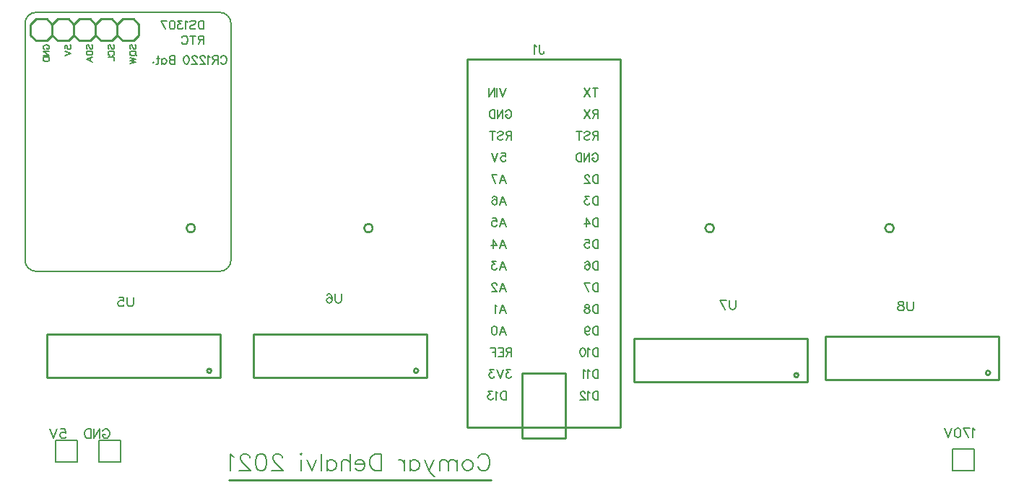
<source format=gbo>
G04 Layer: BottomSilkLayer*
G04 EasyEDA v6.4.16, 2021-07-30T14:07:32--5:00*
G04 5f12effaa85148b9a48170333d93dde8,a06e18dc318348aaad0c553491c65e39,10*
G04 Gerber Generator version 0.2*
G04 Scale: 100 percent, Rotated: No, Reflected: No *
G04 Dimensions in inches *
G04 leading zeros omitted , absolute positions ,3 integer and 6 decimal *
%FSLAX36Y36*%
%MOIN*%

%ADD10C,0.0100*%
%ADD26C,0.0060*%
%ADD27C,0.0080*%
%ADD28C,0.0080*%
%ADD29C,0.0090*%

%LPD*%
D26*
X1272727Y2871273D02*
G01*
X1274544Y2874908D01*
X1278181Y2878544D01*
X1281818Y2880363D01*
X1289090Y2880363D01*
X1292727Y2878544D01*
X1296364Y2874908D01*
X1298181Y2871273D01*
X1300000Y2865817D01*
X1300000Y2856727D01*
X1298181Y2851273D01*
X1296364Y2847636D01*
X1292727Y2844000D01*
X1289090Y2842181D01*
X1281818Y2842181D01*
X1278181Y2844000D01*
X1274544Y2847636D01*
X1272727Y2851273D01*
X1260726Y2880363D02*
G01*
X1260726Y2842181D01*
X1260726Y2880363D02*
G01*
X1244363Y2880363D01*
X1238909Y2878544D01*
X1237091Y2876727D01*
X1235272Y2873090D01*
X1235272Y2869454D01*
X1237091Y2865817D01*
X1238909Y2864000D01*
X1244363Y2862181D01*
X1260726Y2862181D01*
X1248000Y2862181D02*
G01*
X1235272Y2842181D01*
X1223272Y2873090D02*
G01*
X1219636Y2874908D01*
X1214182Y2880363D01*
X1214182Y2842181D01*
X1200363Y2871273D02*
G01*
X1200363Y2873090D01*
X1198545Y2876727D01*
X1196727Y2878544D01*
X1193091Y2880363D01*
X1185817Y2880363D01*
X1182182Y2878544D01*
X1180363Y2876727D01*
X1178545Y2873090D01*
X1178545Y2869454D01*
X1180363Y2865817D01*
X1183999Y2860363D01*
X1202182Y2842181D01*
X1176727Y2842181D01*
X1162908Y2871273D02*
G01*
X1162908Y2873090D01*
X1161090Y2876727D01*
X1159273Y2878544D01*
X1155636Y2880363D01*
X1148364Y2880363D01*
X1144727Y2878544D01*
X1142908Y2876727D01*
X1141090Y2873090D01*
X1141090Y2869454D01*
X1142908Y2865817D01*
X1146544Y2860363D01*
X1164727Y2842181D01*
X1139273Y2842181D01*
X1116364Y2880363D02*
G01*
X1121818Y2878544D01*
X1125455Y2873090D01*
X1127272Y2864000D01*
X1127272Y2858544D01*
X1125455Y2849454D01*
X1121818Y2844000D01*
X1116364Y2842181D01*
X1112727Y2842181D01*
X1107272Y2844000D01*
X1103635Y2849454D01*
X1101818Y2858544D01*
X1101818Y2864000D01*
X1103635Y2873090D01*
X1107272Y2878544D01*
X1112727Y2880363D01*
X1116364Y2880363D01*
X1061818Y2880363D02*
G01*
X1061818Y2842181D01*
X1061818Y2880363D02*
G01*
X1045455Y2880363D01*
X1040000Y2878544D01*
X1038181Y2876727D01*
X1036364Y2873090D01*
X1036364Y2869454D01*
X1038181Y2865817D01*
X1040000Y2864000D01*
X1045455Y2862181D01*
X1061818Y2862181D02*
G01*
X1045455Y2862181D01*
X1040000Y2860363D01*
X1038181Y2858544D01*
X1036364Y2854908D01*
X1036364Y2849454D01*
X1038181Y2845817D01*
X1040000Y2844000D01*
X1045455Y2842181D01*
X1061818Y2842181D01*
X1002545Y2867636D02*
G01*
X1002545Y2842181D01*
X1002545Y2862181D02*
G01*
X1006181Y2865817D01*
X1009817Y2867636D01*
X1015272Y2867636D01*
X1018909Y2865817D01*
X1022545Y2862181D01*
X1024363Y2856727D01*
X1024363Y2853090D01*
X1022545Y2847636D01*
X1018909Y2844000D01*
X1015272Y2842181D01*
X1009817Y2842181D01*
X1006181Y2844000D01*
X1002545Y2847636D01*
X985091Y2880363D02*
G01*
X985091Y2849454D01*
X983272Y2844000D01*
X979636Y2842181D01*
X976000Y2842181D01*
X990545Y2867636D02*
G01*
X977817Y2867636D01*
X962182Y2851273D02*
G01*
X963999Y2849454D01*
X962182Y2847636D01*
X960363Y2849454D01*
X962182Y2851273D01*
D27*
X2460455Y1022545D02*
G01*
X2464090Y1029818D01*
X2471364Y1037091D01*
X2478635Y1040727D01*
X2493181Y1040727D01*
X2500455Y1037091D01*
X2507727Y1029818D01*
X2511364Y1022545D01*
X2515000Y1011635D01*
X2515000Y993454D01*
X2511364Y982545D01*
X2507727Y975273D01*
X2500455Y968000D01*
X2493181Y964364D01*
X2478635Y964364D01*
X2471364Y968000D01*
X2464090Y975273D01*
X2460455Y982545D01*
X2418272Y1015273D02*
G01*
X2425545Y1011635D01*
X2432817Y1004364D01*
X2436454Y993454D01*
X2436454Y986181D01*
X2432817Y975273D01*
X2425545Y968000D01*
X2418272Y964364D01*
X2407363Y964364D01*
X2400091Y968000D01*
X2392817Y975273D01*
X2389182Y986181D01*
X2389182Y993454D01*
X2392817Y1004364D01*
X2400091Y1011635D01*
X2407363Y1015273D01*
X2418272Y1015273D01*
X2365182Y1015273D02*
G01*
X2365182Y964364D01*
X2365182Y1000727D02*
G01*
X2354273Y1011635D01*
X2346999Y1015273D01*
X2336090Y1015273D01*
X2328818Y1011635D01*
X2325182Y1000727D01*
X2325182Y964364D01*
X2325182Y1000727D02*
G01*
X2314273Y1011635D01*
X2306999Y1015273D01*
X2296090Y1015273D01*
X2288818Y1011635D01*
X2285182Y1000727D01*
X2285182Y964364D01*
X2257545Y1015273D02*
G01*
X2235726Y964364D01*
X2213909Y1015273D02*
G01*
X2235726Y964364D01*
X2243000Y949818D01*
X2250272Y942545D01*
X2257545Y938908D01*
X2261181Y938908D01*
X2146273Y1015273D02*
G01*
X2146273Y964364D01*
X2146273Y1004364D02*
G01*
X2153545Y1011635D01*
X2160817Y1015273D01*
X2171727Y1015273D01*
X2178999Y1011635D01*
X2186273Y1004364D01*
X2189908Y993454D01*
X2189908Y986181D01*
X2186273Y975273D01*
X2178999Y968000D01*
X2171727Y964364D01*
X2160817Y964364D01*
X2153545Y968000D01*
X2146273Y975273D01*
X2122272Y1015273D02*
G01*
X2122272Y964364D01*
X2122272Y993454D02*
G01*
X2118635Y1004364D01*
X2111364Y1011635D01*
X2104090Y1015273D01*
X2093181Y1015273D01*
X2013181Y1040727D02*
G01*
X2013181Y964364D01*
X2013181Y1040727D02*
G01*
X1987727Y1040727D01*
X1976818Y1037091D01*
X1969544Y1029818D01*
X1965909Y1022545D01*
X1962272Y1011635D01*
X1962272Y993454D01*
X1965909Y982545D01*
X1969544Y975273D01*
X1976818Y968000D01*
X1987727Y964364D01*
X2013181Y964364D01*
X1938272Y993454D02*
G01*
X1894636Y993454D01*
X1894636Y1000727D01*
X1898272Y1008000D01*
X1901908Y1011635D01*
X1909182Y1015273D01*
X1920091Y1015273D01*
X1927363Y1011635D01*
X1934636Y1004364D01*
X1938272Y993454D01*
X1938272Y986181D01*
X1934636Y975273D01*
X1927363Y968000D01*
X1920091Y964364D01*
X1909182Y964364D01*
X1901908Y968000D01*
X1894636Y975273D01*
X1870636Y1040727D02*
G01*
X1870636Y964364D01*
X1870636Y1000727D02*
G01*
X1859727Y1011635D01*
X1852455Y1015273D01*
X1841544Y1015273D01*
X1834273Y1011635D01*
X1830636Y1000727D01*
X1830636Y964364D01*
X1763000Y1015273D02*
G01*
X1763000Y964364D01*
X1763000Y1004364D02*
G01*
X1770272Y1011635D01*
X1777545Y1015273D01*
X1788455Y1015273D01*
X1795726Y1011635D01*
X1803000Y1004364D01*
X1806635Y993454D01*
X1806635Y986181D01*
X1803000Y975273D01*
X1795726Y968000D01*
X1788455Y964364D01*
X1777545Y964364D01*
X1770272Y968000D01*
X1763000Y975273D01*
X1738999Y1040727D02*
G01*
X1738999Y964364D01*
X1715000Y1015273D02*
G01*
X1693181Y964364D01*
X1671364Y1015273D02*
G01*
X1693181Y964364D01*
X1647363Y1040727D02*
G01*
X1643726Y1037091D01*
X1640091Y1040727D01*
X1643726Y1044364D01*
X1647363Y1040727D01*
X1643726Y1015273D02*
G01*
X1643726Y964364D01*
X1556454Y1022545D02*
G01*
X1556454Y1026181D01*
X1552817Y1033454D01*
X1549182Y1037091D01*
X1541908Y1040727D01*
X1527363Y1040727D01*
X1520091Y1037091D01*
X1516454Y1033454D01*
X1512817Y1026181D01*
X1512817Y1018908D01*
X1516454Y1011635D01*
X1523726Y1000727D01*
X1560091Y964364D01*
X1509182Y964364D01*
X1463364Y1040727D02*
G01*
X1474273Y1037091D01*
X1481544Y1026181D01*
X1485182Y1008000D01*
X1485182Y997091D01*
X1481544Y978908D01*
X1474273Y968000D01*
X1463364Y964364D01*
X1456090Y964364D01*
X1445182Y968000D01*
X1437908Y978908D01*
X1434273Y997091D01*
X1434273Y1008000D01*
X1437908Y1026181D01*
X1445182Y1037091D01*
X1456090Y1040727D01*
X1463364Y1040727D01*
X1406635Y1022545D02*
G01*
X1406635Y1026181D01*
X1403000Y1033454D01*
X1399363Y1037091D01*
X1392091Y1040727D01*
X1377545Y1040727D01*
X1370272Y1037091D01*
X1366635Y1033454D01*
X1363000Y1026181D01*
X1363000Y1018908D01*
X1366635Y1011635D01*
X1373909Y1000727D01*
X1410272Y964364D01*
X1359363Y964364D01*
X1335363Y1026181D02*
G01*
X1328091Y1029818D01*
X1317182Y1040727D01*
X1317182Y964364D01*
D26*
X729317Y1146181D02*
G01*
X731363Y1150273D01*
X735455Y1154364D01*
X739544Y1156408D01*
X747726Y1156408D01*
X751817Y1154364D01*
X755909Y1150273D01*
X757955Y1146181D01*
X760000Y1140045D01*
X760000Y1129818D01*
X757955Y1123681D01*
X755909Y1119591D01*
X751817Y1115500D01*
X747726Y1113454D01*
X739544Y1113454D01*
X735455Y1115500D01*
X731363Y1119591D01*
X729317Y1123681D01*
X729317Y1129818D01*
X739544Y1129818D02*
G01*
X729317Y1129818D01*
X715817Y1156408D02*
G01*
X715817Y1113454D01*
X715817Y1156408D02*
G01*
X687181Y1113454D01*
X687181Y1156408D02*
G01*
X687181Y1113454D01*
X673681Y1156408D02*
G01*
X673681Y1113454D01*
X673681Y1156408D02*
G01*
X659364Y1156408D01*
X653227Y1154364D01*
X649135Y1150273D01*
X647091Y1146181D01*
X645045Y1140045D01*
X645045Y1129818D01*
X647091Y1123681D01*
X649135Y1119591D01*
X653227Y1115500D01*
X659364Y1113454D01*
X673681Y1113454D01*
X535455Y1156408D02*
G01*
X555909Y1156408D01*
X557955Y1138000D01*
X555909Y1140045D01*
X549773Y1142091D01*
X543636Y1142091D01*
X537500Y1140045D01*
X533409Y1135954D01*
X531363Y1129818D01*
X531363Y1125727D01*
X533409Y1119591D01*
X537500Y1115500D01*
X543636Y1113454D01*
X549773Y1113454D01*
X555909Y1115500D01*
X557955Y1117545D01*
X560000Y1121635D01*
X517863Y1156408D02*
G01*
X501500Y1113454D01*
X485136Y1156408D02*
G01*
X501500Y1113454D01*
X4755000Y1152226D02*
G01*
X4750909Y1154272D01*
X4744772Y1160408D01*
X4744772Y1117455D01*
X4702636Y1160408D02*
G01*
X4723091Y1117455D01*
X4731273Y1160408D02*
G01*
X4702636Y1160408D01*
X4676863Y1160408D02*
G01*
X4683000Y1158364D01*
X4687091Y1152226D01*
X4689135Y1141999D01*
X4689135Y1135864D01*
X4687091Y1125635D01*
X4683000Y1119499D01*
X4676863Y1117455D01*
X4672772Y1117455D01*
X4666635Y1119499D01*
X4662545Y1125635D01*
X4660500Y1135864D01*
X4660500Y1141999D01*
X4662545Y1152226D01*
X4666635Y1158364D01*
X4672772Y1160408D01*
X4676863Y1160408D01*
X4646999Y1160408D02*
G01*
X4630636Y1117455D01*
X4614273Y1160408D02*
G01*
X4630636Y1117455D01*
X1195000Y3041799D02*
G01*
X1195000Y3003600D01*
X1195000Y3041799D02*
G01*
X1182299Y3041799D01*
X1176800Y3040000D01*
X1173199Y3036399D01*
X1171400Y3032700D01*
X1169499Y3027300D01*
X1169499Y3018200D01*
X1171400Y3012700D01*
X1173199Y3009099D01*
X1176800Y3005500D01*
X1182299Y3003600D01*
X1195000Y3003600D01*
X1132100Y3036399D02*
G01*
X1135699Y3040000D01*
X1141199Y3041799D01*
X1148500Y3041799D01*
X1153900Y3040000D01*
X1157500Y3036399D01*
X1157500Y3032700D01*
X1155699Y3029099D01*
X1153900Y3027300D01*
X1150299Y3025500D01*
X1139399Y3021799D01*
X1135699Y3020000D01*
X1133900Y3018200D01*
X1132100Y3014499D01*
X1132100Y3009099D01*
X1135699Y3005500D01*
X1141199Y3003600D01*
X1148500Y3003600D01*
X1153900Y3005500D01*
X1157500Y3009099D01*
X1120100Y3034499D02*
G01*
X1116499Y3036399D01*
X1111000Y3041799D01*
X1111000Y3003600D01*
X1095399Y3041799D02*
G01*
X1075399Y3041799D01*
X1086300Y3027300D01*
X1080799Y3027300D01*
X1077200Y3025500D01*
X1075399Y3023600D01*
X1073500Y3018200D01*
X1073500Y3014499D01*
X1075399Y3009099D01*
X1078999Y3005500D01*
X1084499Y3003600D01*
X1089899Y3003600D01*
X1095399Y3005500D01*
X1097200Y3007300D01*
X1098999Y3010900D01*
X1050600Y3041799D02*
G01*
X1056099Y3040000D01*
X1059700Y3034499D01*
X1061499Y3025500D01*
X1061499Y3020000D01*
X1059700Y3010900D01*
X1056099Y3005500D01*
X1050600Y3003600D01*
X1046999Y3003600D01*
X1041499Y3005500D01*
X1037899Y3010900D01*
X1036099Y3020000D01*
X1036099Y3025500D01*
X1037899Y3034499D01*
X1041499Y3040000D01*
X1046999Y3041799D01*
X1050600Y3041799D01*
X998599Y3041799D02*
G01*
X1016800Y3003600D01*
X1024099Y3041799D02*
G01*
X998599Y3041799D01*
X1195000Y2971799D02*
G01*
X1195000Y2933600D01*
X1195000Y2971799D02*
G01*
X1178599Y2971799D01*
X1173199Y2970000D01*
X1171400Y2968200D01*
X1169499Y2964499D01*
X1169499Y2960900D01*
X1171400Y2957300D01*
X1173199Y2955500D01*
X1178599Y2953600D01*
X1195000Y2953600D01*
X1182299Y2953600D02*
G01*
X1169499Y2933600D01*
X1144799Y2971799D02*
G01*
X1144799Y2933600D01*
X1157500Y2971799D02*
G01*
X1132100Y2971799D01*
X1092799Y2962700D02*
G01*
X1094600Y2966399D01*
X1098299Y2970000D01*
X1101899Y2971799D01*
X1109200Y2971799D01*
X1112799Y2970000D01*
X1116499Y2966399D01*
X1118299Y2962700D01*
X1120100Y2957300D01*
X1120100Y2948200D01*
X1118299Y2942700D01*
X1116499Y2939099D01*
X1112799Y2935500D01*
X1109200Y2933600D01*
X1101899Y2933600D01*
X1098299Y2935500D01*
X1094600Y2939099D01*
X1092799Y2942700D01*
X657669Y2910880D02*
G01*
X654969Y2913580D01*
X653569Y2917680D01*
X653569Y2923180D01*
X654969Y2927280D01*
X657669Y2929980D01*
X660470Y2929980D01*
X663170Y2928580D01*
X664470Y2927280D01*
X665869Y2924479D01*
X668569Y2916379D01*
X669969Y2913580D01*
X671370Y2912280D01*
X674070Y2910880D01*
X678170Y2910880D01*
X680869Y2913580D01*
X682269Y2917680D01*
X682269Y2923180D01*
X680869Y2927280D01*
X678170Y2929980D01*
X653569Y2901880D02*
G01*
X682269Y2901880D01*
X653569Y2901880D02*
G01*
X653569Y2892379D01*
X654969Y2888279D01*
X657669Y2885479D01*
X660470Y2884180D01*
X664470Y2882779D01*
X671370Y2882779D01*
X675470Y2884180D01*
X678170Y2885479D01*
X680869Y2888279D01*
X682269Y2892379D01*
X682269Y2901880D01*
X653569Y2862880D02*
G01*
X682269Y2873780D01*
X653569Y2862880D02*
G01*
X682269Y2851979D01*
X672669Y2869679D02*
G01*
X672669Y2856080D01*
X757669Y2910880D02*
G01*
X754969Y2913580D01*
X753569Y2917680D01*
X753569Y2923180D01*
X754969Y2927280D01*
X757669Y2929980D01*
X760469Y2929980D01*
X763170Y2928580D01*
X764470Y2927280D01*
X765870Y2924479D01*
X768569Y2916379D01*
X769970Y2913580D01*
X771369Y2912280D01*
X774070Y2910880D01*
X778170Y2910880D01*
X780870Y2913580D01*
X782269Y2917680D01*
X782269Y2923180D01*
X780870Y2927280D01*
X778170Y2929980D01*
X760469Y2881480D02*
G01*
X757669Y2882779D01*
X754969Y2885479D01*
X753569Y2888279D01*
X753569Y2893679D01*
X754969Y2896480D01*
X757669Y2899180D01*
X760469Y2900479D01*
X764470Y2901880D01*
X771369Y2901880D01*
X775469Y2900479D01*
X778170Y2899180D01*
X780870Y2896480D01*
X782269Y2893679D01*
X782269Y2888279D01*
X780870Y2885479D01*
X778170Y2882779D01*
X775469Y2881480D01*
X753569Y2872480D02*
G01*
X782269Y2872480D01*
X782269Y2872480D02*
G01*
X782269Y2856080D01*
X553569Y2913580D02*
G01*
X553569Y2927280D01*
X565869Y2928580D01*
X564470Y2927280D01*
X563170Y2923180D01*
X563170Y2919079D01*
X564470Y2914980D01*
X567269Y2912280D01*
X571370Y2910880D01*
X574070Y2910880D01*
X578170Y2912280D01*
X580869Y2914980D01*
X582269Y2919079D01*
X582269Y2923180D01*
X580869Y2927280D01*
X579470Y2928580D01*
X576770Y2929980D01*
X553569Y2901880D02*
G01*
X582269Y2890979D01*
X553569Y2880079D02*
G01*
X582269Y2890979D01*
X460470Y2909479D02*
G01*
X457669Y2910880D01*
X454969Y2913580D01*
X453569Y2916379D01*
X453569Y2921779D01*
X454969Y2924479D01*
X457669Y2927280D01*
X460470Y2928580D01*
X464470Y2929980D01*
X471370Y2929980D01*
X475470Y2928580D01*
X478170Y2927280D01*
X480869Y2924479D01*
X482269Y2921779D01*
X482269Y2916379D01*
X480869Y2913580D01*
X478170Y2910880D01*
X475470Y2909479D01*
X471370Y2909479D01*
X471370Y2916379D02*
G01*
X471370Y2909479D01*
X453569Y2900479D02*
G01*
X482269Y2900479D01*
X453569Y2900479D02*
G01*
X482269Y2881480D01*
X453569Y2881480D02*
G01*
X482269Y2881480D01*
X453569Y2872480D02*
G01*
X482269Y2872480D01*
X453569Y2872480D02*
G01*
X453569Y2862880D01*
X454969Y2858780D01*
X457669Y2856080D01*
X460470Y2854679D01*
X464470Y2853380D01*
X471370Y2853380D01*
X475470Y2854679D01*
X478170Y2856080D01*
X480869Y2858780D01*
X482269Y2862880D01*
X482269Y2872480D01*
X857669Y2910880D02*
G01*
X854970Y2913580D01*
X853569Y2917680D01*
X853569Y2923180D01*
X854970Y2927280D01*
X857669Y2929980D01*
X860469Y2929980D01*
X863170Y2928580D01*
X864470Y2927280D01*
X865870Y2924479D01*
X868569Y2916379D01*
X869970Y2913580D01*
X871369Y2912280D01*
X874070Y2910880D01*
X878170Y2910880D01*
X880870Y2913580D01*
X882269Y2917680D01*
X882269Y2923180D01*
X880870Y2927280D01*
X878170Y2929980D01*
X853569Y2893679D02*
G01*
X854970Y2896480D01*
X857669Y2899180D01*
X860469Y2900479D01*
X864470Y2901880D01*
X871369Y2901880D01*
X875469Y2900479D01*
X878170Y2899180D01*
X880870Y2896480D01*
X882269Y2893679D01*
X882269Y2888279D01*
X880870Y2885479D01*
X878170Y2882779D01*
X875469Y2881480D01*
X871369Y2880079D01*
X864470Y2880079D01*
X860469Y2881480D01*
X857669Y2882779D01*
X854970Y2885479D01*
X853569Y2888279D01*
X853569Y2893679D01*
X876769Y2889580D02*
G01*
X884970Y2881480D01*
X853569Y2871080D02*
G01*
X882269Y2864279D01*
X853569Y2857480D02*
G01*
X882269Y2864279D01*
X853569Y2857480D02*
G01*
X882269Y2850580D01*
X853569Y2843780D02*
G01*
X882269Y2850580D01*
X4470000Y1745399D02*
G01*
X4470000Y1714699D01*
X4468000Y1708600D01*
X4463900Y1704499D01*
X4457700Y1702500D01*
X4453599Y1702500D01*
X4447500Y1704499D01*
X4443400Y1708600D01*
X4441400Y1714699D01*
X4441400Y1745399D01*
X4417600Y1745399D02*
G01*
X4423800Y1743400D01*
X4425799Y1739299D01*
X4425799Y1735199D01*
X4423800Y1731100D01*
X4419700Y1729000D01*
X4411499Y1726999D01*
X4405400Y1725000D01*
X4401300Y1720900D01*
X4399200Y1716799D01*
X4399200Y1710599D01*
X4401300Y1706500D01*
X4403299Y1704499D01*
X4409499Y1702500D01*
X4417600Y1702500D01*
X4423800Y1704499D01*
X4425799Y1706500D01*
X4427900Y1710599D01*
X4427900Y1716799D01*
X4425799Y1720900D01*
X4421700Y1725000D01*
X4415600Y1726999D01*
X4407399Y1729000D01*
X4403299Y1731100D01*
X4401300Y1735199D01*
X4401300Y1739299D01*
X4403299Y1743400D01*
X4409499Y1745399D01*
X4417600Y1745399D01*
X3650000Y1750399D02*
G01*
X3650000Y1719699D01*
X3648000Y1713600D01*
X3643900Y1709499D01*
X3637700Y1707500D01*
X3633599Y1707500D01*
X3627500Y1709499D01*
X3623400Y1713600D01*
X3621400Y1719699D01*
X3621400Y1750399D01*
X3579200Y1750399D02*
G01*
X3599700Y1707500D01*
X3607899Y1750399D02*
G01*
X3579200Y1750399D01*
X1830000Y1780399D02*
G01*
X1830000Y1749699D01*
X1828000Y1743600D01*
X1823900Y1739499D01*
X1817700Y1737500D01*
X1813599Y1737500D01*
X1807500Y1739499D01*
X1803400Y1743600D01*
X1801400Y1749699D01*
X1801400Y1780399D01*
X1763299Y1774299D02*
G01*
X1765399Y1778400D01*
X1771499Y1780399D01*
X1775600Y1780399D01*
X1781700Y1778400D01*
X1785799Y1772199D01*
X1787899Y1761999D01*
X1787899Y1751799D01*
X1785799Y1743600D01*
X1781700Y1739499D01*
X1775600Y1737500D01*
X1773500Y1737500D01*
X1767399Y1739499D01*
X1763299Y1743600D01*
X1761300Y1749699D01*
X1761300Y1751799D01*
X1763299Y1757899D01*
X1767399Y1761999D01*
X1773500Y1764000D01*
X1775600Y1764000D01*
X1781700Y1761999D01*
X1785799Y1757899D01*
X1787899Y1751799D01*
X870000Y1765399D02*
G01*
X870000Y1734699D01*
X868000Y1728600D01*
X863900Y1724499D01*
X857700Y1722500D01*
X853599Y1722500D01*
X847500Y1724499D01*
X843400Y1728600D01*
X841400Y1734699D01*
X841400Y1765399D01*
X803299Y1765399D02*
G01*
X823800Y1765399D01*
X825799Y1746999D01*
X823800Y1749000D01*
X817600Y1751100D01*
X811499Y1751100D01*
X805399Y1749000D01*
X801300Y1745000D01*
X799200Y1738800D01*
X799200Y1734699D01*
X801300Y1728600D01*
X805399Y1724499D01*
X811499Y1722500D01*
X817600Y1722500D01*
X823800Y1724499D01*
X825799Y1726500D01*
X827899Y1730599D01*
X2744499Y2930399D02*
G01*
X2744499Y2897700D01*
X2746599Y2891500D01*
X2748599Y2889499D01*
X2752700Y2887500D01*
X2756800Y2887500D01*
X2760900Y2889499D01*
X2763000Y2891500D01*
X2765000Y2897700D01*
X2765000Y2901799D01*
X2731000Y2922199D02*
G01*
X2726999Y2924299D01*
X2720799Y2930399D01*
X2720799Y2887500D01*
D27*
X3002299Y2730399D02*
G01*
X3002299Y2692199D01*
X3015000Y2730399D02*
G01*
X2989499Y2730399D01*
X2977500Y2730399D02*
G01*
X2952100Y2692199D01*
X2952100Y2730399D02*
G01*
X2977500Y2692199D01*
X3015000Y2630399D02*
G01*
X3015000Y2592199D01*
X3015000Y2630399D02*
G01*
X2998599Y2630399D01*
X2993199Y2628499D01*
X2991400Y2626700D01*
X2989499Y2623099D01*
X2989499Y2619499D01*
X2991400Y2615799D01*
X2993199Y2614000D01*
X2998599Y2612199D01*
X3015000Y2612199D01*
X3002299Y2612199D02*
G01*
X2989499Y2592199D01*
X2977500Y2630399D02*
G01*
X2952100Y2592199D01*
X2952100Y2630399D02*
G01*
X2977500Y2592199D01*
X3015000Y2530399D02*
G01*
X3015000Y2492199D01*
X3015000Y2530399D02*
G01*
X2998599Y2530399D01*
X2993199Y2528499D01*
X2991400Y2526700D01*
X2989499Y2523099D01*
X2989499Y2519499D01*
X2991400Y2515799D01*
X2993199Y2514000D01*
X2998599Y2512199D01*
X3015000Y2512199D01*
X3002299Y2512199D02*
G01*
X2989499Y2492199D01*
X2952100Y2524899D02*
G01*
X2955699Y2528499D01*
X2961199Y2530399D01*
X2968500Y2530399D01*
X2973900Y2528499D01*
X2977500Y2524899D01*
X2977500Y2521300D01*
X2975699Y2517600D01*
X2973900Y2515799D01*
X2970299Y2514000D01*
X2959399Y2510399D01*
X2955699Y2508499D01*
X2953900Y2506700D01*
X2952100Y2503099D01*
X2952100Y2497600D01*
X2955699Y2494000D01*
X2961199Y2492199D01*
X2968500Y2492199D01*
X2973900Y2494000D01*
X2977500Y2497600D01*
X2927399Y2530399D02*
G01*
X2927399Y2492199D01*
X2940100Y2530399D02*
G01*
X2914600Y2530399D01*
X2987700Y2421300D02*
G01*
X2989499Y2424899D01*
X2993199Y2428499D01*
X2996800Y2430399D01*
X3004099Y2430399D01*
X3007700Y2428499D01*
X3011400Y2424899D01*
X3013199Y2421300D01*
X3015000Y2415799D01*
X3015000Y2406700D01*
X3013199Y2401300D01*
X3011400Y2397600D01*
X3007700Y2394000D01*
X3004099Y2392199D01*
X2996800Y2392199D01*
X2993199Y2394000D01*
X2989499Y2397600D01*
X2987700Y2401300D01*
X2987700Y2406700D01*
X2996800Y2406700D02*
G01*
X2987700Y2406700D01*
X2975699Y2430399D02*
G01*
X2975699Y2392199D01*
X2975699Y2430399D02*
G01*
X2950299Y2392199D01*
X2950299Y2430399D02*
G01*
X2950299Y2392199D01*
X2938299Y2430399D02*
G01*
X2938299Y2392199D01*
X2938299Y2430399D02*
G01*
X2925500Y2430399D01*
X2920100Y2428499D01*
X2916499Y2424899D01*
X2914600Y2421300D01*
X2912799Y2415799D01*
X2912799Y2406700D01*
X2914600Y2401300D01*
X2916499Y2397600D01*
X2920100Y2394000D01*
X2925500Y2392199D01*
X2938299Y2392199D01*
X3015000Y2330399D02*
G01*
X3015000Y2292199D01*
X3015000Y2330399D02*
G01*
X3002299Y2330399D01*
X2996800Y2328499D01*
X2993199Y2324899D01*
X2991400Y2321300D01*
X2989499Y2315799D01*
X2989499Y2306700D01*
X2991400Y2301300D01*
X2993199Y2297600D01*
X2996800Y2294000D01*
X3002299Y2292199D01*
X3015000Y2292199D01*
X2975699Y2321300D02*
G01*
X2975699Y2323099D01*
X2973900Y2326700D01*
X2972100Y2328499D01*
X2968500Y2330399D01*
X2961199Y2330399D01*
X2957500Y2328499D01*
X2955699Y2326700D01*
X2953900Y2323099D01*
X2953900Y2319499D01*
X2955699Y2315799D01*
X2959399Y2310399D01*
X2977500Y2292199D01*
X2952100Y2292199D01*
X3015000Y2230399D02*
G01*
X3015000Y2192199D01*
X3015000Y2230399D02*
G01*
X3002299Y2230399D01*
X2996800Y2228499D01*
X2993199Y2224899D01*
X2991400Y2221300D01*
X2989499Y2215799D01*
X2989499Y2206700D01*
X2991400Y2201300D01*
X2993199Y2197600D01*
X2996800Y2194000D01*
X3002299Y2192199D01*
X3015000Y2192199D01*
X2973900Y2230399D02*
G01*
X2953900Y2230399D01*
X2964799Y2215799D01*
X2959399Y2215799D01*
X2955699Y2214000D01*
X2953900Y2212199D01*
X2952100Y2206700D01*
X2952100Y2203099D01*
X2953900Y2197600D01*
X2957500Y2194000D01*
X2963000Y2192199D01*
X2968500Y2192199D01*
X2973900Y2194000D01*
X2975699Y2195799D01*
X2977500Y2199499D01*
X3015000Y2130399D02*
G01*
X3015000Y2092199D01*
X3015000Y2130399D02*
G01*
X3002299Y2130399D01*
X2996800Y2128499D01*
X2993199Y2124899D01*
X2991400Y2121300D01*
X2989499Y2115799D01*
X2989499Y2106700D01*
X2991400Y2101300D01*
X2993199Y2097600D01*
X2996800Y2094000D01*
X3002299Y2092199D01*
X3015000Y2092199D01*
X2959399Y2130399D02*
G01*
X2977500Y2104899D01*
X2950299Y2104899D01*
X2959399Y2130399D02*
G01*
X2959399Y2092199D01*
X3015000Y2030399D02*
G01*
X3015000Y1992199D01*
X3015000Y2030399D02*
G01*
X3002299Y2030399D01*
X2996800Y2028499D01*
X2993199Y2024899D01*
X2991400Y2021300D01*
X2989499Y2015799D01*
X2989499Y2006700D01*
X2991400Y2001300D01*
X2993199Y1997600D01*
X2996800Y1994000D01*
X3002299Y1992199D01*
X3015000Y1992199D01*
X2955699Y2030399D02*
G01*
X2973900Y2030399D01*
X2975699Y2014000D01*
X2973900Y2015799D01*
X2968500Y2017600D01*
X2963000Y2017600D01*
X2957500Y2015799D01*
X2953900Y2012199D01*
X2952100Y2006700D01*
X2952100Y2003099D01*
X2953900Y1997600D01*
X2957500Y1994000D01*
X2963000Y1992199D01*
X2968500Y1992199D01*
X2973900Y1994000D01*
X2975699Y1995799D01*
X2977500Y1999499D01*
X3015000Y1930399D02*
G01*
X3015000Y1892199D01*
X3015000Y1930399D02*
G01*
X3002299Y1930399D01*
X2996800Y1928499D01*
X2993199Y1924899D01*
X2991400Y1921300D01*
X2989499Y1915799D01*
X2989499Y1906700D01*
X2991400Y1901300D01*
X2993199Y1897600D01*
X2996800Y1894000D01*
X3002299Y1892199D01*
X3015000Y1892199D01*
X2955699Y1924899D02*
G01*
X2957500Y1928499D01*
X2963000Y1930399D01*
X2966599Y1930399D01*
X2972100Y1928499D01*
X2975699Y1923099D01*
X2977500Y1914000D01*
X2977500Y1904899D01*
X2975699Y1897600D01*
X2972100Y1894000D01*
X2966599Y1892199D01*
X2964799Y1892199D01*
X2959399Y1894000D01*
X2955699Y1897600D01*
X2953900Y1903099D01*
X2953900Y1904899D01*
X2955699Y1910399D01*
X2959399Y1914000D01*
X2964799Y1915799D01*
X2966599Y1915799D01*
X2972100Y1914000D01*
X2975699Y1910399D01*
X2977500Y1904899D01*
X3015000Y1830399D02*
G01*
X3015000Y1792199D01*
X3015000Y1830399D02*
G01*
X3002299Y1830399D01*
X2996800Y1828499D01*
X2993199Y1824899D01*
X2991400Y1821300D01*
X2989499Y1815799D01*
X2989499Y1806700D01*
X2991400Y1801300D01*
X2993199Y1797600D01*
X2996800Y1794000D01*
X3002299Y1792199D01*
X3015000Y1792199D01*
X2952100Y1830399D02*
G01*
X2970299Y1792199D01*
X2977500Y1830399D02*
G01*
X2952100Y1830399D01*
X3015000Y1730399D02*
G01*
X3015000Y1692199D01*
X3015000Y1730399D02*
G01*
X3002299Y1730399D01*
X2996800Y1728499D01*
X2993199Y1724899D01*
X2991400Y1721300D01*
X2989499Y1715799D01*
X2989499Y1706700D01*
X2991400Y1701300D01*
X2993199Y1697600D01*
X2996800Y1694000D01*
X3002299Y1692199D01*
X3015000Y1692199D01*
X2968500Y1730399D02*
G01*
X2973900Y1728499D01*
X2975699Y1724899D01*
X2975699Y1721300D01*
X2973900Y1717600D01*
X2970299Y1715799D01*
X2963000Y1714000D01*
X2957500Y1712199D01*
X2953900Y1708499D01*
X2952100Y1704899D01*
X2952100Y1699499D01*
X2953900Y1695799D01*
X2955699Y1694000D01*
X2961199Y1692199D01*
X2968500Y1692199D01*
X2973900Y1694000D01*
X2975699Y1695799D01*
X2977500Y1699499D01*
X2977500Y1704899D01*
X2975699Y1708499D01*
X2972100Y1712199D01*
X2966599Y1714000D01*
X2959399Y1715799D01*
X2955699Y1717600D01*
X2953900Y1721300D01*
X2953900Y1724899D01*
X2955699Y1728499D01*
X2961199Y1730399D01*
X2968500Y1730399D01*
X3015000Y1630399D02*
G01*
X3015000Y1592199D01*
X3015000Y1630399D02*
G01*
X3002299Y1630399D01*
X2996800Y1628499D01*
X2993199Y1624899D01*
X2991400Y1621300D01*
X2989499Y1615799D01*
X2989499Y1606700D01*
X2991400Y1601300D01*
X2993199Y1597600D01*
X2996800Y1594000D01*
X3002299Y1592199D01*
X3015000Y1592199D01*
X2953900Y1617600D02*
G01*
X2955699Y1612199D01*
X2959399Y1608499D01*
X2964799Y1606700D01*
X2966599Y1606700D01*
X2972100Y1608499D01*
X2975699Y1612199D01*
X2977500Y1617600D01*
X2977500Y1619499D01*
X2975699Y1624899D01*
X2972100Y1628499D01*
X2966599Y1630399D01*
X2964799Y1630399D01*
X2959399Y1628499D01*
X2955699Y1624899D01*
X2953900Y1617600D01*
X2953900Y1608499D01*
X2955699Y1599499D01*
X2959399Y1594000D01*
X2964799Y1592199D01*
X2968500Y1592199D01*
X2973900Y1594000D01*
X2975699Y1597600D01*
X3015000Y1530399D02*
G01*
X3015000Y1492199D01*
X3015000Y1530399D02*
G01*
X3002299Y1530399D01*
X2996800Y1528499D01*
X2993199Y1524899D01*
X2991400Y1521300D01*
X2989499Y1515799D01*
X2989499Y1506700D01*
X2991400Y1501300D01*
X2993199Y1497600D01*
X2996800Y1494000D01*
X3002299Y1492199D01*
X3015000Y1492199D01*
X2977500Y1523099D02*
G01*
X2973900Y1524899D01*
X2968500Y1530399D01*
X2968500Y1492199D01*
X2945500Y1530399D02*
G01*
X2951000Y1528499D01*
X2954600Y1523099D01*
X2956499Y1514000D01*
X2956499Y1508499D01*
X2954600Y1499499D01*
X2951000Y1494000D01*
X2945500Y1492199D01*
X2941899Y1492199D01*
X2936499Y1494000D01*
X2932799Y1499499D01*
X2931000Y1508499D01*
X2931000Y1514000D01*
X2932799Y1523099D01*
X2936499Y1528499D01*
X2941899Y1530399D01*
X2945500Y1530399D01*
X3015000Y1430399D02*
G01*
X3015000Y1392199D01*
X3015000Y1430399D02*
G01*
X3002299Y1430399D01*
X2996800Y1428499D01*
X2993199Y1424899D01*
X2991400Y1421300D01*
X2989499Y1415799D01*
X2989499Y1406700D01*
X2991400Y1401300D01*
X2993199Y1397600D01*
X2996800Y1394000D01*
X3002299Y1392199D01*
X3015000Y1392199D01*
X2977500Y1423099D02*
G01*
X2973900Y1424899D01*
X2968500Y1430399D01*
X2968500Y1392199D01*
X2956499Y1423099D02*
G01*
X2952799Y1424899D01*
X2947399Y1430399D01*
X2947399Y1392199D01*
X3015000Y1330399D02*
G01*
X3015000Y1292199D01*
X3015000Y1330399D02*
G01*
X3002299Y1330399D01*
X2996800Y1328499D01*
X2993199Y1324899D01*
X2991400Y1321300D01*
X2989499Y1315799D01*
X2989499Y1306700D01*
X2991400Y1301300D01*
X2993199Y1297600D01*
X2996800Y1294000D01*
X3002299Y1292199D01*
X3015000Y1292199D01*
X2977500Y1323099D02*
G01*
X2973900Y1324899D01*
X2968500Y1330399D01*
X2968500Y1292199D01*
X2954600Y1321300D02*
G01*
X2954600Y1323099D01*
X2952799Y1326700D01*
X2951000Y1328499D01*
X2947399Y1330399D01*
X2940100Y1330399D01*
X2936499Y1328499D01*
X2934600Y1326700D01*
X2932799Y1323099D01*
X2932799Y1319499D01*
X2934600Y1315799D01*
X2938299Y1310399D01*
X2956499Y1292199D01*
X2931000Y1292199D01*
X2590000Y2730399D02*
G01*
X2575500Y2692199D01*
X2560900Y2730399D02*
G01*
X2575500Y2692199D01*
X2548900Y2730399D02*
G01*
X2548900Y2692199D01*
X2536899Y2730399D02*
G01*
X2536899Y2692199D01*
X2536899Y2730399D02*
G01*
X2511499Y2692199D01*
X2511499Y2730399D02*
G01*
X2511499Y2692199D01*
X2587700Y2621300D02*
G01*
X2589499Y2624899D01*
X2593199Y2628499D01*
X2596800Y2630399D01*
X2604099Y2630399D01*
X2607700Y2628499D01*
X2611400Y2624899D01*
X2613199Y2621300D01*
X2615000Y2615799D01*
X2615000Y2606700D01*
X2613199Y2601300D01*
X2611400Y2597600D01*
X2607700Y2594000D01*
X2604099Y2592199D01*
X2596800Y2592199D01*
X2593199Y2594000D01*
X2589499Y2597600D01*
X2587700Y2601300D01*
X2587700Y2606700D01*
X2596800Y2606700D02*
G01*
X2587700Y2606700D01*
X2575699Y2630399D02*
G01*
X2575699Y2592199D01*
X2575699Y2630399D02*
G01*
X2550299Y2592199D01*
X2550299Y2630399D02*
G01*
X2550299Y2592199D01*
X2538299Y2630399D02*
G01*
X2538299Y2592199D01*
X2538299Y2630399D02*
G01*
X2525500Y2630399D01*
X2520100Y2628499D01*
X2516499Y2624899D01*
X2514600Y2621300D01*
X2512799Y2615799D01*
X2512799Y2606700D01*
X2514600Y2601300D01*
X2516499Y2597600D01*
X2520100Y2594000D01*
X2525500Y2592199D01*
X2538299Y2592199D01*
X2615000Y2530399D02*
G01*
X2615000Y2492199D01*
X2615000Y2530399D02*
G01*
X2598599Y2530399D01*
X2593199Y2528499D01*
X2591400Y2526700D01*
X2589499Y2523099D01*
X2589499Y2519499D01*
X2591400Y2515799D01*
X2593199Y2514000D01*
X2598599Y2512199D01*
X2615000Y2512199D01*
X2602299Y2512199D02*
G01*
X2589499Y2492199D01*
X2552100Y2524899D02*
G01*
X2555699Y2528499D01*
X2561199Y2530399D01*
X2568500Y2530399D01*
X2573900Y2528499D01*
X2577500Y2524899D01*
X2577500Y2521300D01*
X2575699Y2517600D01*
X2573900Y2515799D01*
X2570299Y2514000D01*
X2559399Y2510399D01*
X2555699Y2508499D01*
X2553900Y2506700D01*
X2552100Y2503099D01*
X2552100Y2497600D01*
X2555699Y2494000D01*
X2561199Y2492199D01*
X2568500Y2492199D01*
X2573900Y2494000D01*
X2577500Y2497600D01*
X2527399Y2530399D02*
G01*
X2527399Y2492199D01*
X2540100Y2530399D02*
G01*
X2514600Y2530399D01*
X2568199Y2430399D02*
G01*
X2586400Y2430399D01*
X2588199Y2414000D01*
X2586400Y2415799D01*
X2580900Y2417600D01*
X2575500Y2417600D01*
X2570000Y2415799D01*
X2566400Y2412199D01*
X2564499Y2406700D01*
X2564499Y2403099D01*
X2566400Y2397600D01*
X2570000Y2394000D01*
X2575500Y2392199D01*
X2580900Y2392199D01*
X2586400Y2394000D01*
X2588199Y2395799D01*
X2590000Y2399499D01*
X2552500Y2430399D02*
G01*
X2538000Y2392199D01*
X2523500Y2430399D02*
G01*
X2538000Y2392199D01*
X2575500Y2330399D02*
G01*
X2590000Y2292199D01*
X2575500Y2330399D02*
G01*
X2560900Y2292199D01*
X2584499Y2304899D02*
G01*
X2566400Y2304899D01*
X2523500Y2330399D02*
G01*
X2541599Y2292199D01*
X2548900Y2330399D02*
G01*
X2523500Y2330399D01*
X2575500Y2230399D02*
G01*
X2590000Y2192199D01*
X2575500Y2230399D02*
G01*
X2560900Y2192199D01*
X2584499Y2204899D02*
G01*
X2566400Y2204899D01*
X2527100Y2224899D02*
G01*
X2528900Y2228499D01*
X2534399Y2230399D01*
X2538000Y2230399D01*
X2543500Y2228499D01*
X2547100Y2223099D01*
X2548900Y2214000D01*
X2548900Y2204899D01*
X2547100Y2197600D01*
X2543500Y2194000D01*
X2538000Y2192199D01*
X2536199Y2192199D01*
X2530699Y2194000D01*
X2527100Y2197600D01*
X2525299Y2203099D01*
X2525299Y2204899D01*
X2527100Y2210399D01*
X2530699Y2214000D01*
X2536199Y2215799D01*
X2538000Y2215799D01*
X2543500Y2214000D01*
X2547100Y2210399D01*
X2548900Y2204899D01*
X2575500Y2130399D02*
G01*
X2590000Y2092199D01*
X2575500Y2130399D02*
G01*
X2560900Y2092199D01*
X2584499Y2104899D02*
G01*
X2566400Y2104899D01*
X2527100Y2130399D02*
G01*
X2545299Y2130399D01*
X2547100Y2114000D01*
X2545299Y2115799D01*
X2539799Y2117600D01*
X2534399Y2117600D01*
X2528900Y2115799D01*
X2525299Y2112199D01*
X2523500Y2106700D01*
X2523500Y2103099D01*
X2525299Y2097600D01*
X2528900Y2094000D01*
X2534399Y2092199D01*
X2539799Y2092199D01*
X2545299Y2094000D01*
X2547100Y2095799D01*
X2548900Y2099499D01*
X2575500Y2030399D02*
G01*
X2590000Y1992199D01*
X2575500Y2030399D02*
G01*
X2560900Y1992199D01*
X2584499Y2004899D02*
G01*
X2566400Y2004899D01*
X2530699Y2030399D02*
G01*
X2548900Y2004899D01*
X2521599Y2004899D01*
X2530699Y2030399D02*
G01*
X2530699Y1992199D01*
X2575500Y1930399D02*
G01*
X2590000Y1892199D01*
X2575500Y1930399D02*
G01*
X2560900Y1892199D01*
X2584499Y1904899D02*
G01*
X2566400Y1904899D01*
X2545299Y1930399D02*
G01*
X2525299Y1930399D01*
X2536199Y1915799D01*
X2530699Y1915799D01*
X2527100Y1914000D01*
X2525299Y1912199D01*
X2523500Y1906700D01*
X2523500Y1903099D01*
X2525299Y1897600D01*
X2528900Y1894000D01*
X2534399Y1892199D01*
X2539799Y1892199D01*
X2545299Y1894000D01*
X2547100Y1895799D01*
X2548900Y1899499D01*
X2575500Y1830399D02*
G01*
X2590000Y1792199D01*
X2575500Y1830399D02*
G01*
X2560900Y1792199D01*
X2584499Y1804899D02*
G01*
X2566400Y1804899D01*
X2547100Y1821300D02*
G01*
X2547100Y1823099D01*
X2545299Y1826700D01*
X2543500Y1828499D01*
X2539799Y1830399D01*
X2532500Y1830399D01*
X2528900Y1828499D01*
X2527100Y1826700D01*
X2525299Y1823099D01*
X2525299Y1819499D01*
X2527100Y1815799D01*
X2530699Y1810399D01*
X2548900Y1792199D01*
X2523500Y1792199D01*
X2575500Y1730399D02*
G01*
X2590000Y1692199D01*
X2575500Y1730399D02*
G01*
X2560900Y1692199D01*
X2584499Y1704899D02*
G01*
X2566400Y1704899D01*
X2548900Y1723099D02*
G01*
X2545299Y1724899D01*
X2539799Y1730399D01*
X2539799Y1692199D01*
X2575500Y1630399D02*
G01*
X2590000Y1592199D01*
X2575500Y1630399D02*
G01*
X2560900Y1592199D01*
X2584499Y1604899D02*
G01*
X2566400Y1604899D01*
X2538000Y1630399D02*
G01*
X2543500Y1628499D01*
X2547100Y1623099D01*
X2548900Y1614000D01*
X2548900Y1608499D01*
X2547100Y1599499D01*
X2543500Y1594000D01*
X2538000Y1592199D01*
X2534399Y1592199D01*
X2528900Y1594000D01*
X2525299Y1599499D01*
X2523500Y1608499D01*
X2523500Y1614000D01*
X2525299Y1623099D01*
X2528900Y1628499D01*
X2534399Y1630399D01*
X2538000Y1630399D01*
X2615000Y1530399D02*
G01*
X2615000Y1492199D01*
X2615000Y1530399D02*
G01*
X2598599Y1530399D01*
X2593199Y1528499D01*
X2591400Y1526700D01*
X2589499Y1523099D01*
X2589499Y1519499D01*
X2591400Y1515799D01*
X2593199Y1514000D01*
X2598599Y1512199D01*
X2615000Y1512199D01*
X2602299Y1512199D02*
G01*
X2589499Y1492199D01*
X2577500Y1530399D02*
G01*
X2577500Y1492199D01*
X2577500Y1530399D02*
G01*
X2553900Y1530399D01*
X2577500Y1512199D02*
G01*
X2563000Y1512199D01*
X2577500Y1492199D02*
G01*
X2553900Y1492199D01*
X2541899Y1530399D02*
G01*
X2541899Y1492199D01*
X2541899Y1530399D02*
G01*
X2518299Y1530399D01*
X2541899Y1512199D02*
G01*
X2527399Y1512199D01*
X2611400Y1430399D02*
G01*
X2591400Y1430399D01*
X2602299Y1415799D01*
X2596800Y1415799D01*
X2593199Y1414000D01*
X2591400Y1412199D01*
X2589499Y1406700D01*
X2589499Y1403099D01*
X2591400Y1397600D01*
X2595000Y1394000D01*
X2600500Y1392199D01*
X2605900Y1392199D01*
X2611400Y1394000D01*
X2613199Y1395799D01*
X2615000Y1399499D01*
X2577500Y1430399D02*
G01*
X2563000Y1392199D01*
X2548500Y1430399D02*
G01*
X2563000Y1392199D01*
X2532799Y1430399D02*
G01*
X2512799Y1430399D01*
X2523699Y1415799D01*
X2518299Y1415799D01*
X2514600Y1414000D01*
X2512799Y1412199D01*
X2511000Y1406700D01*
X2511000Y1403099D01*
X2512799Y1397600D01*
X2516499Y1394000D01*
X2521899Y1392199D01*
X2527399Y1392199D01*
X2532799Y1394000D01*
X2534600Y1395799D01*
X2536499Y1399499D01*
X2590000Y1330399D02*
G01*
X2590000Y1292199D01*
X2590000Y1330399D02*
G01*
X2577299Y1330399D01*
X2571800Y1328499D01*
X2568199Y1324899D01*
X2566400Y1321300D01*
X2564499Y1315799D01*
X2564499Y1306700D01*
X2566400Y1301300D01*
X2568199Y1297600D01*
X2571800Y1294000D01*
X2577299Y1292199D01*
X2590000Y1292199D01*
X2552500Y1323099D02*
G01*
X2548900Y1324899D01*
X2543500Y1330399D01*
X2543500Y1292199D01*
X2527799Y1330399D02*
G01*
X2507799Y1330399D01*
X2518699Y1315799D01*
X2513299Y1315799D01*
X2509600Y1314000D01*
X2507799Y1312199D01*
X2506000Y1306700D01*
X2506000Y1303099D01*
X2507799Y1297600D01*
X2511499Y1294000D01*
X2516899Y1292199D01*
X2522399Y1292199D01*
X2527799Y1294000D01*
X2529600Y1295799D01*
X2531499Y1299499D01*
D10*
X2520000Y920000D02*
G01*
X1310000Y920000D01*
D27*
X710000Y1005000D02*
G01*
X810000Y1005000D01*
X810000Y1105000D01*
X710000Y1105000D01*
X710000Y1030000D01*
D28*
X710000Y1005000D02*
G01*
X710000Y1030000D01*
D27*
X510000Y1005000D02*
G01*
X610000Y1005000D01*
X610000Y1105000D01*
X510000Y1105000D01*
X510000Y1030000D01*
D28*
X510000Y1005000D02*
G01*
X510000Y1030000D01*
D27*
X4650000Y965000D02*
G01*
X4750000Y965000D01*
X4750000Y1065000D01*
X4650000Y1065000D01*
X4650000Y990000D01*
D28*
X4650000Y965000D02*
G01*
X4650000Y990000D01*
D26*
X369969Y3029980D02*
G01*
X369969Y1934980D01*
X419969Y1884980D02*
G01*
X1269970Y1884980D01*
X1319970Y1934980D02*
G01*
X1319970Y3029980D01*
X1269970Y3079980D02*
G01*
X419969Y3079980D01*
D10*
X594969Y2974980D02*
G01*
X619969Y2949980D01*
X669969Y2949980D01*
X694969Y2974980D01*
X719969Y2949980D01*
X769970Y2949980D01*
X794970Y2974980D01*
X819970Y2949980D01*
X869970Y2949980D01*
X894970Y2974980D01*
X894970Y3024980D01*
X869970Y3049980D01*
X819970Y3049980D01*
X794970Y3024980D01*
X769970Y3049980D01*
X719969Y3049980D01*
X694969Y3024980D01*
X669969Y3049980D01*
X619969Y3049980D01*
X594969Y3024980D01*
X569969Y3049980D01*
X519969Y3049980D01*
X494969Y3024980D01*
X494969Y2974980D01*
X519969Y2949980D01*
X569969Y2949980D01*
X594969Y2974980D01*
X594969Y3024980D01*
X794970Y3024980D02*
G01*
X794970Y2974980D01*
X694969Y3024980D02*
G01*
X694969Y2974980D01*
X494969Y3024980D02*
G01*
X469969Y3049980D01*
X419969Y3049980D01*
X394969Y3024980D01*
X394969Y2974980D01*
X419969Y2949980D01*
X469969Y2949980D01*
X494969Y2974980D01*
D29*
X4865000Y1385000D02*
G01*
X4065000Y1385000D01*
X4065000Y1585000D01*
X4865000Y1585000D01*
X4865000Y1385000D01*
X3980000Y1375000D02*
G01*
X3180000Y1375000D01*
X3180000Y1575000D01*
X3980000Y1575000D01*
X3980000Y1375000D01*
X2225000Y1395000D02*
G01*
X1425000Y1395000D01*
X1425000Y1595000D01*
X2225000Y1595000D01*
X2225000Y1395000D01*
X1270000Y1395000D02*
G01*
X470000Y1395000D01*
X470000Y1595000D01*
X1270000Y1595000D01*
X1270000Y1395000D01*
D10*
X3119330Y2865390D02*
G01*
X2410670Y2865390D01*
X2410670Y1164600D01*
X3119330Y1164600D01*
X3119330Y2865390D01*
X2865000Y1415000D02*
G01*
X2665000Y1415000D01*
X2665000Y1115000D01*
X2865000Y1115000D01*
X2865000Y1415000D01*
D26*
G75*
G01*
X419972Y3079980D02*
G03*
X369972Y3029980I0J-50000D01*
G75*
G01*
X369972Y1934982D02*
G03*
X419972Y1884982I50000J0D01*
G75*
G01*
X1269970Y1884982D02*
G03*
X1319970Y1934982I0J50000D01*
G75*
G01*
X1319970Y3029980D02*
G03*
X1269970Y3079980I-50000J0D01*
D10*
G75*
G01
X3550000Y2084000D02*
G03X3550000Y2084000I-20000J0D01*
G75*
G01
X1155000Y2084000D02*
G03X1155000Y2084000I-20000J0D01*
G75*
G01
X1975000Y2084000D02*
G03X1975000Y2084000I-20000J0D01*
G75*
G01
X4825000Y1415000D02*
G03X4825000Y1415000I-10000J0D01*
G75*
G01
X3940000Y1405000D02*
G03X3940000Y1405000I-10000J0D01*
G75*
G01
X2185000Y1425000D02*
G03X2185000Y1425000I-10000J0D01*
G75*
G01
X1230000Y1425000D02*
G03X1230000Y1425000I-10000J0D01*
G75*
G01
X4380000Y2084000D02*
G03X4380000Y2084000I-20000J0D01*
M02*

</source>
